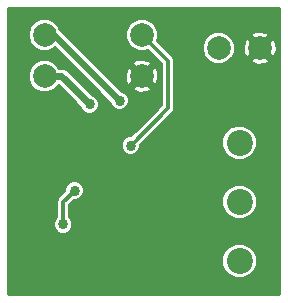
<source format=gbl>
%FSLAX34Y34*%
G04 Gerber Fmt 3.4, Leading zero omitted, Abs format*
G04 (created by PCBNEW (2014-01-30 BZR 4648)-product) date Thu Feb 27 15:46:25 2014*
%MOIN*%
G01*
G70*
G90*
G04 APERTURE LIST*
%ADD10C,0.013780*%
%ADD11C,0.086614*%
%ADD12C,0.078740*%
%ADD13C,0.033858*%
%ADD14C,0.012000*%
%ADD15C,0.024000*%
%ADD16C,0.013780*%
G04 APERTURE END LIST*
G54D10*
G54D11*
X7875Y1281D03*
X7875Y3250D03*
X7875Y5218D03*
G54D12*
X1375Y8813D03*
X1375Y7436D03*
X8563Y8375D03*
X7186Y8375D03*
X4625Y8813D03*
X4625Y7436D03*
G54D13*
X1125Y4000D03*
X2750Y1625D03*
X2875Y6500D03*
X2000Y2500D03*
X2375Y3625D03*
X4250Y5125D03*
X3875Y6625D03*
G54D14*
X4625Y7436D02*
X4625Y7375D01*
G54D15*
X1938Y7436D02*
X1375Y7436D01*
X2875Y6500D02*
X1938Y7436D01*
G54D14*
X2000Y3250D02*
X2000Y2500D01*
X2375Y3625D02*
X2000Y3250D01*
X5500Y7938D02*
X4625Y8813D01*
X5500Y6375D02*
X5500Y7938D01*
X4250Y5125D02*
X5500Y6375D01*
G54D15*
X1686Y8813D02*
X1375Y8813D01*
X3875Y6625D02*
X1686Y8813D01*
G54D10*
G36*
X9185Y189D02*
X9143Y189D01*
X9143Y8297D01*
X9129Y8525D01*
X9069Y8668D01*
X8985Y8712D01*
X8900Y8627D01*
X8900Y8796D01*
X8857Y8880D01*
X8641Y8954D01*
X8413Y8940D01*
X8270Y8880D01*
X8226Y8796D01*
X8563Y8459D01*
X8900Y8796D01*
X8900Y8627D01*
X8648Y8375D01*
X8985Y8037D01*
X9069Y8081D01*
X9143Y8297D01*
X9143Y189D01*
X8900Y189D01*
X8900Y7953D01*
X8563Y8290D01*
X8479Y8205D01*
X8479Y8375D01*
X8142Y8712D01*
X8057Y8668D01*
X7984Y8452D01*
X7998Y8224D01*
X8057Y8081D01*
X8142Y8037D01*
X8479Y8375D01*
X8479Y8205D01*
X8226Y7953D01*
X8270Y7869D01*
X8486Y7795D01*
X8714Y7809D01*
X8857Y7869D01*
X8900Y7953D01*
X8900Y189D01*
X8478Y189D01*
X8478Y1400D01*
X8478Y3369D01*
X8478Y5337D01*
X8386Y5559D01*
X8217Y5729D01*
X7995Y5821D01*
X7755Y5821D01*
X7749Y5819D01*
X7749Y8486D01*
X7664Y8693D01*
X7505Y8852D01*
X7298Y8938D01*
X7074Y8938D01*
X6867Y8853D01*
X6708Y8694D01*
X6622Y8487D01*
X6622Y8263D01*
X6707Y8056D01*
X6866Y7897D01*
X7073Y7811D01*
X7297Y7811D01*
X7504Y7896D01*
X7663Y8055D01*
X7749Y8262D01*
X7749Y8486D01*
X7749Y5819D01*
X7533Y5730D01*
X7364Y5560D01*
X7272Y5338D01*
X7271Y5099D01*
X7363Y4877D01*
X7532Y4707D01*
X7754Y4615D01*
X7994Y4615D01*
X8216Y4706D01*
X8385Y4876D01*
X8477Y5098D01*
X8478Y5337D01*
X8478Y3369D01*
X8386Y3591D01*
X8217Y3760D01*
X7995Y3852D01*
X7755Y3853D01*
X7533Y3761D01*
X7364Y3592D01*
X7272Y3370D01*
X7271Y3130D01*
X7363Y2908D01*
X7532Y2739D01*
X7754Y2647D01*
X7994Y2646D01*
X8216Y2738D01*
X8385Y2907D01*
X8477Y3129D01*
X8478Y3369D01*
X8478Y1400D01*
X8386Y1622D01*
X8217Y1792D01*
X7995Y1884D01*
X7755Y1884D01*
X7533Y1793D01*
X7364Y1623D01*
X7272Y1401D01*
X7271Y1162D01*
X7363Y940D01*
X7532Y770D01*
X7754Y678D01*
X7994Y678D01*
X8216Y769D01*
X8385Y939D01*
X8477Y1161D01*
X8478Y1400D01*
X8478Y189D01*
X5730Y189D01*
X5730Y7938D01*
X5712Y8026D01*
X5712Y8026D01*
X5662Y8101D01*
X5151Y8612D01*
X5188Y8701D01*
X5188Y8925D01*
X5103Y9132D01*
X4944Y9291D01*
X4737Y9377D01*
X4513Y9377D01*
X4306Y9292D01*
X4147Y9133D01*
X4061Y8926D01*
X4061Y8702D01*
X4146Y8495D01*
X4305Y8336D01*
X4512Y8250D01*
X4736Y8250D01*
X4826Y8287D01*
X5270Y7843D01*
X5270Y6470D01*
X5204Y6405D01*
X5204Y7358D01*
X5190Y7586D01*
X5130Y7729D01*
X5046Y7773D01*
X4962Y7688D01*
X4962Y7857D01*
X4918Y7942D01*
X4702Y8015D01*
X4474Y8001D01*
X4331Y7942D01*
X4287Y7857D01*
X4625Y7520D01*
X4962Y7857D01*
X4962Y7688D01*
X4709Y7436D01*
X5046Y7099D01*
X5130Y7142D01*
X5204Y7358D01*
X5204Y6405D01*
X4962Y6162D01*
X4962Y7014D01*
X4625Y7351D01*
X4540Y7266D01*
X4540Y7436D01*
X4203Y7773D01*
X4119Y7729D01*
X4045Y7513D01*
X4059Y7285D01*
X4119Y7142D01*
X4203Y7099D01*
X4540Y7436D01*
X4540Y7266D01*
X4287Y7014D01*
X4331Y6930D01*
X4547Y6856D01*
X4775Y6870D01*
X4918Y6930D01*
X4962Y7014D01*
X4962Y6162D01*
X4264Y5464D01*
X4214Y5464D01*
X4214Y6692D01*
X4162Y6816D01*
X4067Y6912D01*
X3948Y6962D01*
X1906Y9003D01*
X1853Y9132D01*
X1694Y9291D01*
X1487Y9377D01*
X1263Y9377D01*
X1056Y9292D01*
X897Y9133D01*
X811Y8926D01*
X811Y8702D01*
X896Y8495D01*
X1055Y8336D01*
X1262Y8250D01*
X1486Y8250D01*
X1693Y8335D01*
X1724Y8365D01*
X3538Y6551D01*
X3587Y6433D01*
X3682Y6337D01*
X3807Y6285D01*
X3942Y6285D01*
X4066Y6337D01*
X4162Y6432D01*
X4214Y6557D01*
X4214Y6692D01*
X4214Y5464D01*
X4182Y5464D01*
X4058Y5412D01*
X3962Y5317D01*
X3910Y5192D01*
X3910Y5057D01*
X3962Y4933D01*
X4057Y4837D01*
X4182Y4785D01*
X4317Y4785D01*
X4441Y4837D01*
X4537Y4932D01*
X4589Y5057D01*
X4589Y5139D01*
X5662Y6212D01*
X5712Y6286D01*
X5712Y6286D01*
X5730Y6375D01*
X5730Y7938D01*
X5730Y7938D01*
X5730Y7938D01*
X5730Y189D01*
X3214Y189D01*
X3214Y6567D01*
X3162Y6691D01*
X3067Y6787D01*
X2948Y6837D01*
X2144Y7641D01*
X2049Y7703D01*
X1938Y7726D01*
X1865Y7726D01*
X1853Y7754D01*
X1694Y7913D01*
X1487Y7999D01*
X1263Y7999D01*
X1056Y7914D01*
X897Y7755D01*
X811Y7548D01*
X811Y7324D01*
X896Y7117D01*
X1055Y6958D01*
X1262Y6872D01*
X1486Y6872D01*
X1693Y6957D01*
X1850Y7114D01*
X2538Y6426D01*
X2587Y6308D01*
X2682Y6212D01*
X2807Y6160D01*
X2942Y6160D01*
X3066Y6212D01*
X3162Y6307D01*
X3214Y6432D01*
X3214Y6567D01*
X3214Y189D01*
X2714Y189D01*
X2714Y3692D01*
X2662Y3816D01*
X2567Y3912D01*
X2442Y3964D01*
X2307Y3964D01*
X2183Y3912D01*
X2087Y3817D01*
X2035Y3692D01*
X2035Y3610D01*
X1837Y3412D01*
X1787Y3338D01*
X1770Y3250D01*
X1770Y2749D01*
X1712Y2692D01*
X1660Y2567D01*
X1660Y2432D01*
X1712Y2308D01*
X1807Y2212D01*
X1932Y2160D01*
X2067Y2160D01*
X2191Y2212D01*
X2287Y2307D01*
X2339Y2432D01*
X2339Y2567D01*
X2287Y2691D01*
X2230Y2749D01*
X2230Y3154D01*
X2360Y3285D01*
X2442Y3285D01*
X2566Y3337D01*
X2662Y3432D01*
X2714Y3557D01*
X2714Y3692D01*
X2714Y189D01*
X189Y189D01*
X189Y9685D01*
X9185Y9685D01*
X9185Y189D01*
X9185Y189D01*
G37*
G54D14*
X9185Y189D02*
X9143Y189D01*
X9143Y8297D01*
X9129Y8525D01*
X9069Y8668D01*
X8985Y8712D01*
X8900Y8627D01*
X8900Y8796D01*
X8857Y8880D01*
X8641Y8954D01*
X8413Y8940D01*
X8270Y8880D01*
X8226Y8796D01*
X8563Y8459D01*
X8900Y8796D01*
X8900Y8627D01*
X8648Y8375D01*
X8985Y8037D01*
X9069Y8081D01*
X9143Y8297D01*
X9143Y189D01*
X8900Y189D01*
X8900Y7953D01*
X8563Y8290D01*
X8479Y8205D01*
X8479Y8375D01*
X8142Y8712D01*
X8057Y8668D01*
X7984Y8452D01*
X7998Y8224D01*
X8057Y8081D01*
X8142Y8037D01*
X8479Y8375D01*
X8479Y8205D01*
X8226Y7953D01*
X8270Y7869D01*
X8486Y7795D01*
X8714Y7809D01*
X8857Y7869D01*
X8900Y7953D01*
X8900Y189D01*
X8478Y189D01*
X8478Y1400D01*
X8478Y3369D01*
X8478Y5337D01*
X8386Y5559D01*
X8217Y5729D01*
X7995Y5821D01*
X7755Y5821D01*
X7749Y5819D01*
X7749Y8486D01*
X7664Y8693D01*
X7505Y8852D01*
X7298Y8938D01*
X7074Y8938D01*
X6867Y8853D01*
X6708Y8694D01*
X6622Y8487D01*
X6622Y8263D01*
X6707Y8056D01*
X6866Y7897D01*
X7073Y7811D01*
X7297Y7811D01*
X7504Y7896D01*
X7663Y8055D01*
X7749Y8262D01*
X7749Y8486D01*
X7749Y5819D01*
X7533Y5730D01*
X7364Y5560D01*
X7272Y5338D01*
X7271Y5099D01*
X7363Y4877D01*
X7532Y4707D01*
X7754Y4615D01*
X7994Y4615D01*
X8216Y4706D01*
X8385Y4876D01*
X8477Y5098D01*
X8478Y5337D01*
X8478Y3369D01*
X8386Y3591D01*
X8217Y3760D01*
X7995Y3852D01*
X7755Y3853D01*
X7533Y3761D01*
X7364Y3592D01*
X7272Y3370D01*
X7271Y3130D01*
X7363Y2908D01*
X7532Y2739D01*
X7754Y2647D01*
X7994Y2646D01*
X8216Y2738D01*
X8385Y2907D01*
X8477Y3129D01*
X8478Y3369D01*
X8478Y1400D01*
X8386Y1622D01*
X8217Y1792D01*
X7995Y1884D01*
X7755Y1884D01*
X7533Y1793D01*
X7364Y1623D01*
X7272Y1401D01*
X7271Y1162D01*
X7363Y940D01*
X7532Y770D01*
X7754Y678D01*
X7994Y678D01*
X8216Y769D01*
X8385Y939D01*
X8477Y1161D01*
X8478Y1400D01*
X8478Y189D01*
X5730Y189D01*
X5730Y7938D01*
X5712Y8026D01*
X5712Y8026D01*
X5662Y8101D01*
X5151Y8612D01*
X5188Y8701D01*
X5188Y8925D01*
X5103Y9132D01*
X4944Y9291D01*
X4737Y9377D01*
X4513Y9377D01*
X4306Y9292D01*
X4147Y9133D01*
X4061Y8926D01*
X4061Y8702D01*
X4146Y8495D01*
X4305Y8336D01*
X4512Y8250D01*
X4736Y8250D01*
X4826Y8287D01*
X5270Y7843D01*
X5270Y6470D01*
X5204Y6405D01*
X5204Y7358D01*
X5190Y7586D01*
X5130Y7729D01*
X5046Y7773D01*
X4962Y7688D01*
X4962Y7857D01*
X4918Y7942D01*
X4702Y8015D01*
X4474Y8001D01*
X4331Y7942D01*
X4287Y7857D01*
X4625Y7520D01*
X4962Y7857D01*
X4962Y7688D01*
X4709Y7436D01*
X5046Y7099D01*
X5130Y7142D01*
X5204Y7358D01*
X5204Y6405D01*
X4962Y6162D01*
X4962Y7014D01*
X4625Y7351D01*
X4540Y7266D01*
X4540Y7436D01*
X4203Y7773D01*
X4119Y7729D01*
X4045Y7513D01*
X4059Y7285D01*
X4119Y7142D01*
X4203Y7099D01*
X4540Y7436D01*
X4540Y7266D01*
X4287Y7014D01*
X4331Y6930D01*
X4547Y6856D01*
X4775Y6870D01*
X4918Y6930D01*
X4962Y7014D01*
X4962Y6162D01*
X4264Y5464D01*
X4214Y5464D01*
X4214Y6692D01*
X4162Y6816D01*
X4067Y6912D01*
X3948Y6962D01*
X1906Y9003D01*
X1853Y9132D01*
X1694Y9291D01*
X1487Y9377D01*
X1263Y9377D01*
X1056Y9292D01*
X897Y9133D01*
X811Y8926D01*
X811Y8702D01*
X896Y8495D01*
X1055Y8336D01*
X1262Y8250D01*
X1486Y8250D01*
X1693Y8335D01*
X1724Y8365D01*
X3538Y6551D01*
X3587Y6433D01*
X3682Y6337D01*
X3807Y6285D01*
X3942Y6285D01*
X4066Y6337D01*
X4162Y6432D01*
X4214Y6557D01*
X4214Y6692D01*
X4214Y5464D01*
X4182Y5464D01*
X4058Y5412D01*
X3962Y5317D01*
X3910Y5192D01*
X3910Y5057D01*
X3962Y4933D01*
X4057Y4837D01*
X4182Y4785D01*
X4317Y4785D01*
X4441Y4837D01*
X4537Y4932D01*
X4589Y5057D01*
X4589Y5139D01*
X5662Y6212D01*
X5712Y6286D01*
X5712Y6286D01*
X5730Y6375D01*
X5730Y7938D01*
X5730Y7938D01*
X5730Y7938D01*
X5730Y189D01*
X3214Y189D01*
X3214Y6567D01*
X3162Y6691D01*
X3067Y6787D01*
X2948Y6837D01*
X2144Y7641D01*
X2049Y7703D01*
X1938Y7726D01*
X1865Y7726D01*
X1853Y7754D01*
X1694Y7913D01*
X1487Y7999D01*
X1263Y7999D01*
X1056Y7914D01*
X897Y7755D01*
X811Y7548D01*
X811Y7324D01*
X896Y7117D01*
X1055Y6958D01*
X1262Y6872D01*
X1486Y6872D01*
X1693Y6957D01*
X1850Y7114D01*
X2538Y6426D01*
X2587Y6308D01*
X2682Y6212D01*
X2807Y6160D01*
X2942Y6160D01*
X3066Y6212D01*
X3162Y6307D01*
X3214Y6432D01*
X3214Y6567D01*
X3214Y189D01*
X2714Y189D01*
X2714Y3692D01*
X2662Y3816D01*
X2567Y3912D01*
X2442Y3964D01*
X2307Y3964D01*
X2183Y3912D01*
X2087Y3817D01*
X2035Y3692D01*
X2035Y3610D01*
X1837Y3412D01*
X1787Y3338D01*
X1770Y3250D01*
X1770Y2749D01*
X1712Y2692D01*
X1660Y2567D01*
X1660Y2432D01*
X1712Y2308D01*
X1807Y2212D01*
X1932Y2160D01*
X2067Y2160D01*
X2191Y2212D01*
X2287Y2307D01*
X2339Y2432D01*
X2339Y2567D01*
X2287Y2691D01*
X2230Y2749D01*
X2230Y3154D01*
X2360Y3285D01*
X2442Y3285D01*
X2566Y3337D01*
X2662Y3432D01*
X2714Y3557D01*
X2714Y3692D01*
X2714Y189D01*
X189Y189D01*
X189Y9685D01*
X9185Y9685D01*
X9185Y189D01*
G54D16*
X1125Y4000D03*
X2750Y1625D03*
X2875Y6500D03*
X2000Y2500D03*
X2375Y3625D03*
X4250Y5125D03*
X3875Y6625D03*
X7875Y1281D03*
X7875Y3250D03*
X7875Y5218D03*
X1375Y8813D03*
X1375Y7436D03*
X8563Y8375D03*
X7186Y8375D03*
X4625Y8813D03*
X4625Y7436D03*
M02*

</source>
